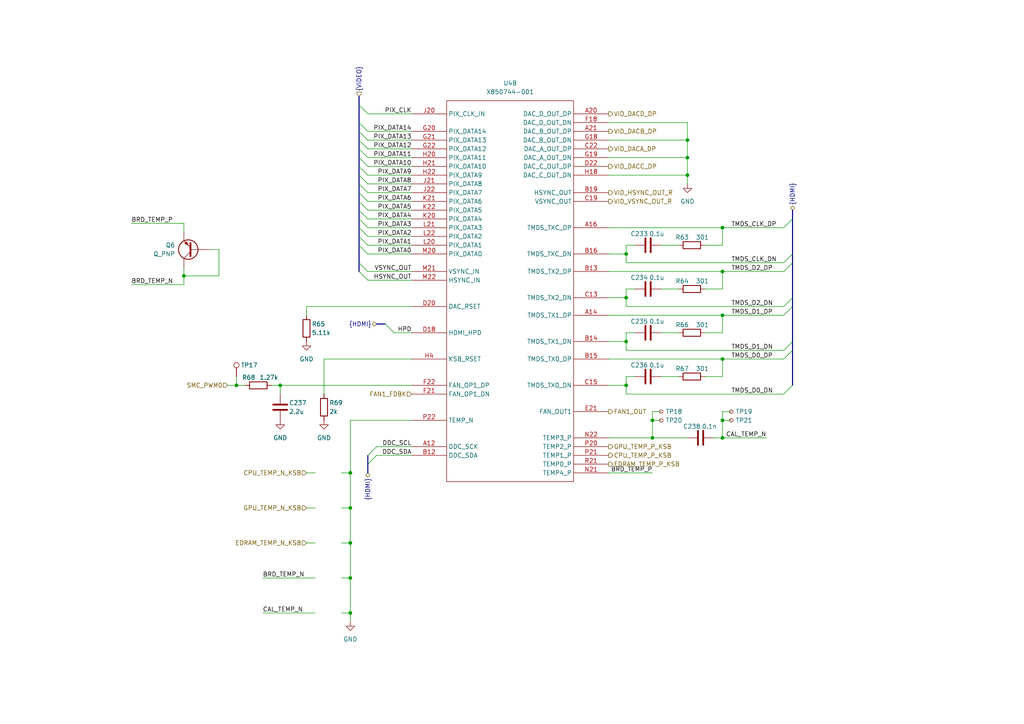
<source format=kicad_sch>
(kicad_sch (version 20250114) (generator "eeschema") (generator_version "9.0")
  (paper "A4")
  (junction (at 199.39 45.72))
  (junction (at 199.39 50.8))
  (junction (at 189.23 121.92))
  (junction (at 101.6 137.16))
  (junction (at 101.6 157.48))
  (junction (at 181.61 111.76))
  (junction (at 101.6 147.32))
  (junction (at 209.55 104.14))
  (junction (at 68.58 111.76))
  (junction (at 199.39 40.64))
  (junction (at 181.61 86.36))
  (junction (at 209.55 121.92))
  (junction (at 101.6 177.8))
  (junction (at 81.28 111.76))
  (junction (at 209.55 127))
  (junction (at 181.61 73.66))
  (junction (at 189.23 127))
  (junction (at 209.55 78.74))
  (junction (at 181.61 99.06))
  (junction (at 53.34 80.01))
  (junction (at 101.6 167.64))
  (junction (at 209.55 91.44))
  (junction (at 209.55 66.04))
  (bus_entry (at 229.87 99.06) (size -2.54 2.54))
  (bus_entry (at 104.14 71.12) (size 2.54 2.54))
  (bus_entry (at 104.14 48.26) (size 2.54 2.54))
  (bus_entry (at 104.14 66.04) (size 2.54 2.54))
  (bus_entry (at 229.87 111.76) (size -2.54 2.54))
  (bus_entry (at 104.14 43.18) (size 2.54 2.54))
  (bus_entry (at 104.14 58.42) (size 2.54 2.54))
  (bus_entry (at 229.87 73.66) (size -2.54 2.54))
  (bus_entry (at 104.14 45.72) (size 2.54 2.54))
  (bus_entry (at 104.14 60.96) (size 2.54 2.54))
  (bus_entry (at 229.87 63.5) (size -2.54 2.54))
  (bus_entry (at 104.14 30.48) (size 2.54 2.54))
  (bus_entry (at 229.87 88.9) (size -2.54 2.54))
  (bus_entry (at 104.14 76.2) (size 2.54 2.54))
  (bus_entry (at 229.87 101.6) (size -2.54 2.54))
  (bus_entry (at 106.68 132.08) (size 2.54 -2.54))
  (bus_entry (at 104.14 63.5) (size 2.54 2.54))
  (bus_entry (at 104.14 38.1) (size 2.54 2.54))
  (bus_entry (at 229.87 76.2) (size -2.54 2.54))
  (bus_entry (at 104.14 78.74) (size 2.54 2.54))
  (bus_entry (at 104.14 55.88) (size 2.54 2.54))
  (bus_entry (at 104.14 50.8) (size 2.54 2.54))
  (bus_entry (at 111.76 93.98) (size 2.54 2.54))
  (bus_entry (at 104.14 68.58) (size 2.54 2.54))
  (bus_entry (at 106.68 134.62) (size 2.54 -2.54))
  (bus_entry (at 229.87 86.36) (size -2.54 2.54))
  (bus_entry (at 104.14 35.56) (size 2.54 2.54))
  (bus_entry (at 104.14 53.34) (size 2.54 2.54))
  (bus_entry (at 104.14 40.64) (size 2.54 2.54))
  (wire (pts (xy 119.38 48.26) (xy 106.68 48.26)))
  (wire (pts (xy 81.28 111.76) (xy 119.38 111.76)))
  (wire (pts (xy 189.23 119.38) (xy 189.23 121.92)))
  (wire (pts (xy 204.47 109.22) (xy 209.55 109.22)))
  (wire (pts (xy 191.77 96.52) (xy 196.85 96.52)))
  (bus (pts (xy 104.14 45.72) (xy 104.14 43.18)))
  (wire (pts (xy 119.38 121.92) (xy 101.6 121.92)))
  (wire (pts (xy 181.61 86.36) (xy 181.61 83.82)))
  (bus (pts (xy 106.68 134.62) (xy 106.68 137.16)))
  (wire (pts (xy 189.23 121.92) (xy 189.23 127)))
  (wire (pts (xy 181.61 109.22) (xy 184.15 109.22)))
  (wire (pts (xy 176.53 137.16) (xy 189.23 137.16)))
  (wire (pts (xy 209.55 121.92) (xy 212.09 121.92)))
  (wire (pts (xy 114.3 96.52) (xy 119.38 96.52)))
  (bus (pts (xy 104.14 71.12) (xy 104.14 68.58)))
  (wire (pts (xy 191.77 71.12) (xy 196.85 71.12)))
  (wire (pts (xy 176.53 66.04) (xy 209.55 66.04)))
  (wire (pts (xy 109.22 129.54) (xy 119.38 129.54)))
  (wire (pts (xy 119.38 66.04) (xy 106.68 66.04)))
  (wire (pts (xy 189.23 121.92) (xy 191.77 121.92)))
  (wire (pts (xy 199.39 35.56) (xy 199.39 40.64)))
  (wire (pts (xy 176.53 91.44) (xy 209.55 91.44)))
  (wire (pts (xy 53.34 64.77) (xy 53.34 67.31)))
  (bus (pts (xy 229.87 76.2) (xy 229.87 73.66)))
  (wire (pts (xy 88.9 88.9) (xy 119.38 88.9)))
  (wire (pts (xy 181.61 73.66) (xy 181.61 71.12)))
  (wire (pts (xy 88.9 91.44) (xy 88.9 88.9)))
  (wire (pts (xy 181.61 99.06) (xy 176.53 99.06)))
  (wire (pts (xy 76.2 167.64) (xy 91.44 167.64)))
  (wire (pts (xy 119.38 53.34) (xy 106.68 53.34)))
  (wire (pts (xy 204.47 96.52) (xy 209.55 96.52)))
  (bus (pts (xy 104.14 27.94) (xy 104.14 30.48)))
  (wire (pts (xy 101.6 121.92) (xy 101.6 137.16)))
  (wire (pts (xy 176.53 40.64) (xy 199.39 40.64)))
  (wire (pts (xy 119.38 40.64) (xy 106.68 40.64)))
  (wire (pts (xy 209.55 127) (xy 222.25 127)))
  (wire (pts (xy 53.34 77.47) (xy 53.34 80.01)))
  (bus (pts (xy 109.22 93.98) (xy 111.76 93.98)))
  (bus (pts (xy 229.87 88.9) (xy 229.87 86.36)))
  (wire (pts (xy 99.06 167.64) (xy 101.6 167.64)))
  (wire (pts (xy 60.96 72.39) (xy 63.5 72.39)))
  (wire (pts (xy 66.04 111.76) (xy 68.58 111.76)))
  (wire (pts (xy 199.39 45.72) (xy 199.39 50.8)))
  (wire (pts (xy 181.61 99.06) (xy 181.61 96.52)))
  (wire (pts (xy 88.9 157.48) (xy 91.44 157.48)))
  (bus (pts (xy 104.14 48.26) (xy 104.14 45.72)))
  (wire (pts (xy 181.61 86.36) (xy 176.53 86.36)))
  (bus (pts (xy 229.87 73.66) (xy 229.87 63.5)))
  (wire (pts (xy 181.61 76.2) (xy 227.33 76.2)))
  (wire (pts (xy 101.6 147.32) (xy 101.6 157.48)))
  (wire (pts (xy 119.38 45.72) (xy 106.68 45.72)))
  (wire (pts (xy 101.6 157.48) (xy 101.6 167.64)))
  (wire (pts (xy 119.38 38.1) (xy 106.68 38.1)))
  (wire (pts (xy 204.47 83.82) (xy 209.55 83.82)))
  (wire (pts (xy 181.61 73.66) (xy 176.53 73.66)))
  (wire (pts (xy 181.61 114.3) (xy 227.33 114.3)))
  (wire (pts (xy 109.22 132.08) (xy 119.38 132.08)))
  (wire (pts (xy 53.34 64.77) (xy 38.1 64.77)))
  (bus (pts (xy 104.14 76.2) (xy 104.14 78.74)))
  (wire (pts (xy 176.53 78.74) (xy 209.55 78.74)))
  (bus (pts (xy 104.14 30.48) (xy 104.14 35.56)))
  (wire (pts (xy 78.74 111.76) (xy 81.28 111.76)))
  (wire (pts (xy 93.98 104.14) (xy 93.98 114.3)))
  (wire (pts (xy 176.53 104.14) (xy 209.55 104.14)))
  (wire (pts (xy 88.9 147.32) (xy 91.44 147.32)))
  (wire (pts (xy 207.01 127) (xy 209.55 127)))
  (wire (pts (xy 199.39 50.8) (xy 199.39 53.34)))
  (wire (pts (xy 119.38 63.5) (xy 106.68 63.5)))
  (bus (pts (xy 229.87 99.06) (xy 229.87 88.9)))
  (bus (pts (xy 229.87 101.6) (xy 229.87 99.06)))
  (wire (pts (xy 119.38 71.12) (xy 106.68 71.12)))
  (wire (pts (xy 191.77 83.82) (xy 196.85 83.82)))
  (bus (pts (xy 104.14 71.12) (xy 104.14 76.2)))
  (wire (pts (xy 101.6 167.64) (xy 101.6 177.8)))
  (wire (pts (xy 119.38 81.28) (xy 106.68 81.28)))
  (bus (pts (xy 229.87 60.96) (xy 229.87 63.5)))
  (bus (pts (xy 229.87 111.76) (xy 229.87 101.6)))
  (wire (pts (xy 181.61 101.6) (xy 227.33 101.6)))
  (wire (pts (xy 209.55 66.04) (xy 227.33 66.04)))
  (wire (pts (xy 119.38 78.74) (xy 106.68 78.74)))
  (wire (pts (xy 68.58 111.76) (xy 71.12 111.76)))
  (wire (pts (xy 181.61 76.2) (xy 181.61 73.66)))
  (wire (pts (xy 119.38 50.8) (xy 106.68 50.8)))
  (wire (pts (xy 63.5 80.01) (xy 53.34 80.01)))
  (wire (pts (xy 209.55 91.44) (xy 227.33 91.44)))
  (wire (pts (xy 181.61 111.76) (xy 181.61 109.22)))
  (wire (pts (xy 181.61 88.9) (xy 181.61 86.36)))
  (bus (pts (xy 104.14 40.64) (xy 104.14 38.1)))
  (wire (pts (xy 191.77 119.38) (xy 189.23 119.38)))
  (wire (pts (xy 101.6 157.48) (xy 99.06 157.48)))
  (bus (pts (xy 104.14 58.42) (xy 104.14 55.88)))
  (wire (pts (xy 191.77 109.22) (xy 196.85 109.22)))
  (wire (pts (xy 119.38 58.42) (xy 106.68 58.42)))
  (wire (pts (xy 181.61 71.12) (xy 184.15 71.12)))
  (wire (pts (xy 119.38 43.18) (xy 106.68 43.18)))
  (wire (pts (xy 99.06 147.32) (xy 101.6 147.32)))
  (wire (pts (xy 212.09 119.38) (xy 209.55 119.38)))
  (wire (pts (xy 63.5 72.39) (xy 63.5 80.01)))
  (wire (pts (xy 209.55 121.92) (xy 209.55 127)))
  (wire (pts (xy 181.61 96.52) (xy 184.15 96.52)))
  (bus (pts (xy 104.14 60.96) (xy 104.14 58.42)))
  (wire (pts (xy 38.1 82.55) (xy 53.34 82.55)))
  (wire (pts (xy 209.55 104.14) (xy 227.33 104.14)))
  (wire (pts (xy 209.55 83.82) (xy 209.55 78.74)))
  (wire (pts (xy 76.2 177.8) (xy 91.44 177.8)))
  (wire (pts (xy 181.61 111.76) (xy 176.53 111.76)))
  (wire (pts (xy 93.98 104.14) (xy 119.38 104.14)))
  (bus (pts (xy 104.14 35.56) (xy 104.14 38.1)))
  (bus (pts (xy 104.14 63.5) (xy 104.14 60.96)))
  (bus (pts (xy 104.14 68.58) (xy 104.14 66.04)))
  (wire (pts (xy 181.61 88.9) (xy 227.33 88.9)))
  (bus (pts (xy 229.87 86.36) (xy 229.87 76.2)))
  (wire (pts (xy 181.61 114.3) (xy 181.61 111.76)))
  (wire (pts (xy 101.6 177.8) (xy 101.6 180.34)))
  (wire (pts (xy 176.53 45.72) (xy 199.39 45.72)))
  (wire (pts (xy 181.61 83.82) (xy 184.15 83.82)))
  (wire (pts (xy 68.58 109.22) (xy 68.58 111.76)))
  (wire (pts (xy 119.38 33.02) (xy 106.68 33.02)))
  (wire (pts (xy 189.23 127) (xy 199.39 127)))
  (bus (pts (xy 106.68 132.08) (xy 106.68 134.62)))
  (wire (pts (xy 81.28 111.76) (xy 81.28 114.3)))
  (wire (pts (xy 119.38 68.58) (xy 106.68 68.58)))
  (wire (pts (xy 119.38 73.66) (xy 106.68 73.66)))
  (wire (pts (xy 209.55 96.52) (xy 209.55 91.44)))
  (wire (pts (xy 204.47 71.12) (xy 209.55 71.12)))
  (wire (pts (xy 199.39 40.64) (xy 199.39 45.72)))
  (wire (pts (xy 209.55 78.74) (xy 227.33 78.74)))
  (bus (pts (xy 104.14 55.88) (xy 104.14 53.34)))
  (bus (pts (xy 104.14 43.18) (xy 104.14 40.64)))
  (wire (pts (xy 88.9 137.16) (xy 91.44 137.16)))
  (wire (pts (xy 101.6 147.32) (xy 101.6 137.16)))
  (bus (pts (xy 104.14 66.04) (xy 104.14 63.5)))
  (wire (pts (xy 119.38 60.96) (xy 106.68 60.96)))
  (wire (pts (xy 209.55 109.22) (xy 209.55 104.14)))
  (wire (pts (xy 53.34 80.01) (xy 53.34 82.55)))
  (wire (pts (xy 101.6 137.16) (xy 99.06 137.16)))
  (wire (pts (xy 99.06 177.8) (xy 101.6 177.8)))
  (wire (pts (xy 176.53 127) (xy 189.23 127)))
  (wire (pts (xy 209.55 71.12) (xy 209.55 66.04)))
  (wire (pts (xy 181.61 101.6) (xy 181.61 99.06)))
  (wire (pts (xy 176.53 35.56) (xy 199.39 35.56)))
  (wire (pts (xy 209.55 119.38) (xy 209.55 121.92)))
  (wire (pts (xy 199.39 50.8) (xy 176.53 50.8)))
  (wire (pts (xy 119.38 55.88) (xy 106.68 55.88)))
  (bus (pts (xy 104.14 53.34) (xy 104.14 50.8)))
  (bus (pts (xy 104.14 50.8) (xy 104.14 48.26)))
  (label "PIX_DATA5" (at 119.38 60.96 180))
  (label "TMDS_D0_DN" (at 212.09 114.3 0))
  (label "PIX_DATA4" (at 119.38 63.5 180))
  (label "PIX_DATA11" (at 119.38 45.72 180))
  (label "PIX_DATA6" (at 119.38 58.42 180))
  (label "PIX_DATA3" (at 119.38 66.04 180))
  (label "CAL_TEMP_N" (at 222.25 127 180))
  (label "HPD" (at 119.38 96.52 180))
  (label "VSYNC_OUT" (at 119.38 78.74 180))
  (label "PIX_DATA12" (at 119.38 43.18 180))
  (label "BRD_TEMP_N" (at 76.2 167.64 0))
  (label "PIX_DATA7" (at 119.38 55.88 180))
  (label "PIX_DATA9" (at 119.38 50.8 180))
  (label "BRD_TEMP_P" (at 189.23 137.16 180))
  (label "PIX_DATA1" (at 119.38 71.12 180))
  (label "HSYNC_OUT" (at 119.38 81.28 180))
  (label "PIX_DATA14" (at 119.38 38.1 180))
  (label "PIX_DATA8" (at 119.38 53.34 180))
  (label "PIX_CLK" (at 119.38 33.02 180))
  (label "TMDS_CLK_DN" (at 212.09 76.2 0))
  (label "PIX_DATA2" (at 119.38 68.58 180))
  (label "PIX_DATA13" (at 119.38 40.64 180))
  (label "BRD_TEMP_N" (at 38.1 82.55 0))
  (label "TMDS_D2_DN" (at 212.09 88.9 0))
  (label "CAL_TEMP_N" (at 76.2 177.8 0))
  (label "PIX_DATA10" (at 119.38 48.26 180))
  (label "TMDS_CLK_DP" (at 212.09 66.04 0))
  (label "DDC_SDA" (at 119.38 132.08 180))
  (label "DDC_SCL" (at 119.38 129.54 180))
  (label "TMDS_D1_DP" (at 212.09 91.44 0))
  (label "TMDS_D0_DP" (at 212.09 104.14 0))
  (label "TMDS_D1_DN" (at 212.09 101.6 0))
  (label "TMDS_D2_DP" (at 212.09 78.74 0))
  (label "PIX_DATA0" (at 119.38 73.66 180))
  (label "BRD_TEMP_P" (at 38.1 64.77 0))
  (hierarchical_label "VID_DACA_DP" (shape output) (at 176.53 43.18 0))
  (hierarchical_label "SMC_PWM0" (shape input) (at 66.04 111.76 180))
  (hierarchical_label "EDRAM_TEMP_N_KSB" (shape input) (at 88.9 157.48 180))
  (hierarchical_label "VID_DACC_DP" (shape output) (at 176.53 48.26 0))
  (hierarchical_label "{HDMI}" (shape bidirectional) (at 106.68 137.16 270))
  (hierarchical_label "FAN1_FDBK" (shape input) (at 119.38 114.3 180))
  (hierarchical_label "VID_HSYNC_OUT_R" (shape output) (at 176.53 55.88 0))
  (hierarchical_label "VID_VSYNC_OUT_R" (shape output) (at 176.53 58.42 0))
  (hierarchical_label "EDRAM_TEMP_P_KSB" (shape output) (at 176.53 134.62 0))
  (hierarchical_label "CPU_TEMP_N_KSB" (shape input) (at 88.9 137.16 180))
  (hierarchical_label "VID_DACB_DP" (shape output) (at 176.53 38.1 0))
  (hierarchical_label "{VIDEO}" (shape input) (at 104.14 27.94 90))
  (hierarchical_label "{HDMI}" (shape bidirectional) (at 109.22 93.98 180))
  (hierarchical_label "FAN1_OUT" (shape output) (at 176.53 119.38 0))
  (hierarchical_label "GPU_TEMP_P_KSB" (shape output) (at 176.53 129.54 0))
  (hierarchical_label "GPU_TEMP_N_KSB" (shape input) (at 88.9 147.32 180))
  (hierarchical_label "CPU_TEMP_P_KSB" (shape output) (at 176.53 132.08 0))
  (hierarchical_label "{HDMI}" (shape bidirectional) (at 229.87 60.96 90))
  (hierarchical_label "VID_DACD_DP" (shape output) (at 176.53 33.02 0))
  (symbol (lib_id "power:GND") (at 93.98 121.92 0) (unit 1)
    (property "Reference" "#PWR0109" (effects (hide yes)))
    (property "Value" "GND" (at 93.98 127 0))
    (property "Description" "Power symbol creates a global label with name \"GND\" , ground" (effects (hide yes)))
  )
  (symbol (lib_id "Device:Q_PNP") (at 55.88 72.39 180) (unit 1)
    (property "Reference" "Q6" (at 50.8 71.12 0) (effects (justify left)))
    (property "Value" "Q_PNP" (at 50.8 73.66 0) (effects (justify left)))
    (property "Description" "PNP bipolar junction transistor" (effects (hide yes)))
  )
  (symbol (lib_id "Device:R") (at 74.93 111.76 90) (unit 1)
    (property "Reference" "R68" (at 72.136 109.474 90))
    (property "Value" "1.27k" (at 77.978 109.474 90))
    (property "Description" "Resistor" (effects (hide yes)))
  )
  (symbol (lib_id "power:GND") (at 199.39 53.34 0) (unit 1)
    (property "Reference" "#PWR0106" (effects (hide yes)))
    (property "Value" "GND" (at 199.39 58.42 0))
    (property "Description" "Power symbol creates a global label with name \"GND\" , ground" (effects (hide yes)))
  )
  (symbol (lib_id "Device:C") (at 187.96 83.82 90) (unit 1)
    (property "Reference" "C234" (at 185.42 80.518 90))
    (property "Value" "0.1u" (at 190.5 80.518 90))
    (property "Description" "Unpolarized capacitor" (effects (hide yes)))
  )
  (symbol (lib_id "Device:R") (at 200.66 109.22 90) (unit 1)
    (property "Reference" "R67" (at 197.866 106.934 90))
    (property "Value" "301" (at 203.708 106.934 90))
    (property "Description" "Resistor" (effects (hide yes)))
  )
  (symbol (lib_id "Device:C") (at 187.96 96.52 90) (unit 1)
    (property "Reference" "C235" (at 185.42 93.218 90))
    (property "Value" "0.1u" (at 190.5 93.218 90))
    (property "Description" "Unpolarized capacitor" (effects (hide yes)))
  )
  (symbol (lib_id "Device:R") (at 200.66 83.82 90) (unit 1)
    (property "Reference" "R64" (at 197.866 81.534 90))
    (property "Value" "301" (at 203.708 81.534 90))
    (property "Description" "Resistor" (effects (hide yes)))
  )
  (symbol (lib_id "Device:R") (at 200.66 71.12 90) (unit 1)
    (property "Reference" "R63" (at 197.866 68.834 90))
    (property "Value" "301" (at 203.708 68.834 90))
    (property "Description" "Resistor" (effects (hide yes)))
  )
  (symbol (lib_id "power:GND") (at 88.9 99.06 0) (unit 1)
    (property "Reference" "#PWR0107" (effects (hide yes)))
    (property "Value" "GND" (at 88.9 104.14 0))
    (property "Description" "Power symbol creates a global label with name \"GND\" , ground" (effects (hide yes)))
  )
  (symbol (lib_id "Connector:TestPoint_Small") (at 191.77 119.38 0) (unit 1)
    (property "Reference" "TP18" (at 193.04 119.38 0) (effects (justify left)))
    (property "Value" "TestPoint_Small" (effects (hide yes)))
    (property "Description" "test point" (effects (hide yes)))
  )
  (symbol (lib_id "Connector:TestPoint_Small") (at 212.09 119.38 0) (unit 1)
    (property "Reference" "TP19" (at 213.36 119.38 0) (effects (justify left)))
    (property "Value" "TestPoint_Small" (effects (hide yes)))
    (property "Description" "test point" (effects (hide yes)))
  )
  (symbol (lib_id "Device:C") (at 187.96 109.22 90) (unit 1)
    (property "Reference" "C236" (at 185.42 105.918 90))
    (property "Value" "0.1u" (at 190.5 105.918 90))
    (property "Description" "Unpolarized capacitor" (effects (hide yes)))
  )
  (symbol (lib_id "Device:C") (at 203.2 127 90) (unit 1)
    (property "Reference" "C238" (at 200.66 123.698 90))
    (property "Value" "0.1n" (at 205.74 123.698 90))
    (property "Description" "Unpolarized capacitor" (effects (hide yes)))
  )
  (symbol (lib_id "Connector:TestPoint") (at 68.58 109.22 0) (unit 1)
    (property "Reference" "TP17" (at 69.85 105.918 0) (effects (justify left)))
    (property "Value" "TestPoint" (effects (hide yes)))
    (property "Description" "test point" (effects (hide yes)))
  )
  (symbol (lib_id "Device:C") (at 81.28 118.11 0) (unit 1)
    (property "Reference" "C237" (at 83.82 116.84 0) (effects (justify left)))
    (property "Value" "2.2u" (at 83.82 119.38 0) (effects (justify left)))
    (property "Description" "Unpolarized capacitor" (effects (hide yes)))
  )
  (symbol (lib_id "Device:R") (at 93.98 118.11 0) (unit 1)
    (property "Reference" "R69" (at 95.504 116.84 0) (effects (justify left)))
    (property "Value" "2k" (at 95.504 119.38 0) (effects (justify left)))
    (property "Description" "Resistor" (effects (hide yes)))
  )
  (symbol (lib_id "Device:R") (at 88.9 95.25 0) (unit 1)
    (property "Reference" "R65" (at 90.424 93.98 0) (effects (justify left)))
    (property "Value" "5.11k" (at 90.424 96.52 0) (effects (justify left)))
    (property "Description" "Resistor" (effects (hide yes)))
  )
  (symbol (lib_id "power:GND") (at 81.28 121.92 0) (unit 1)
    (property "Reference" "#PWR0108" (effects (hide yes)))
    (property "Value" "GND" (at 81.28 127 0))
    (property "Description" "Power symbol creates a global label with name \"GND\" , ground" (effects (hide yes)))
  )
  (symbol (lib_id "Device:R") (at 200.66 96.52 90) (unit 1)
    (property "Reference" "R66" (at 197.866 94.234 90))
    (property "Value" "301" (at 203.708 94.234 90))
    (property "Description" "Resistor" (effects (hide yes)))
  )
  (symbol (lib_id "Connector:TestPoint_Small") (at 191.77 121.92 0) (unit 1)
    (property "Reference" "TP20" (at 193.04 121.92 0) (effects (justify left)))
    (property "Value" "TestPoint_Small" (effects (hide yes)))
    (property "Description" "test point" (effects (hide yes)))
  )
  (symbol (lib_id "Connector:TestPoint_Small") (at 212.09 121.92 0) (unit 1)
    (property "Reference" "TP21" (at 213.36 121.92 0) (effects (justify left)))
    (property "Value" "TestPoint_Small" (effects (hide yes)))
    (property "Description" "test point" (effects (hide yes)))
  )
  (symbol (lib_id "power:GND") (at 101.6 180.34 0) (unit 1)
    (property "Reference" "#PWR0110" (effects (hide yes)))
    (property "Value" "GND" (at 101.6 185.42 0))
    (property "Description" "Power symbol creates a global label with name \"GND\" , ground" (effects (hide yes)))
  )
  (symbol (lib_id "X360:X850744-001") (at 147.32 55.88 0) (unit 2)
    (property "Reference" "U4" (at 147.955 24.13 0))
    (property "Value" "X850744-001" (at 147.955 26.67 0))
  )
  (symbol (lib_id "Device:C") (at 187.96 71.12 90) (unit 1)
    (property "Reference" "C233" (at 185.42 67.818 90))
    (property "Value" "0.1u" (at 190.5 67.818 90))
    (property "Description" "Unpolarized capacitor" (effects (hide yes)))
  )
)
</source>
